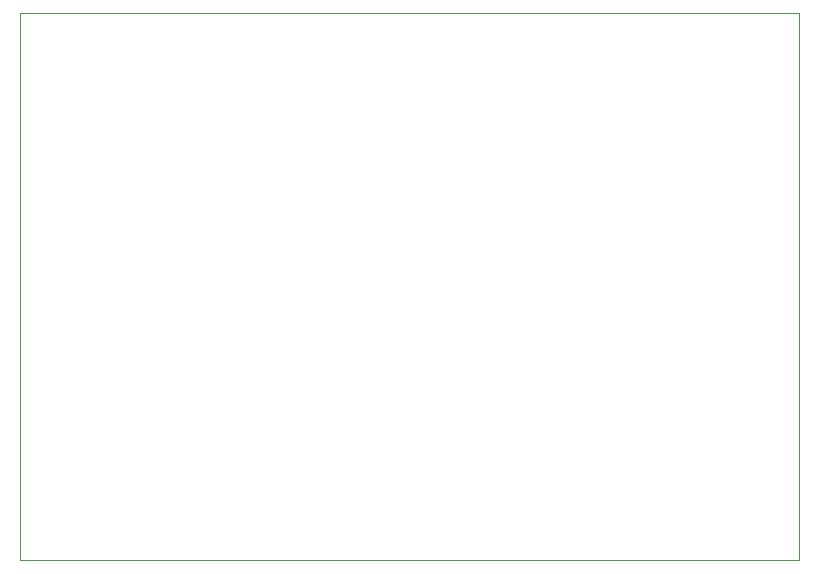
<source format=gm1>
%TF.GenerationSoftware,KiCad,Pcbnew,8.0.4*%
%TF.CreationDate,2024-08-29T12:49:46+07:00*%
%TF.ProjectId,ESP32,45535033-322e-46b6-9963-61645f706362,rev?*%
%TF.SameCoordinates,Original*%
%TF.FileFunction,Profile,NP*%
%FSLAX46Y46*%
G04 Gerber Fmt 4.6, Leading zero omitted, Abs format (unit mm)*
G04 Created by KiCad (PCBNEW 8.0.4) date 2024-08-29 12:49:46*
%MOMM*%
%LPD*%
G01*
G04 APERTURE LIST*
%TA.AperFunction,Profile*%
%ADD10C,0.050000*%
%TD*%
G04 APERTURE END LIST*
D10*
X34300000Y-61612500D02*
X100250000Y-61612500D01*
X100250000Y-107887500D01*
X34300000Y-107887500D01*
X34300000Y-61612500D01*
M02*

</source>
